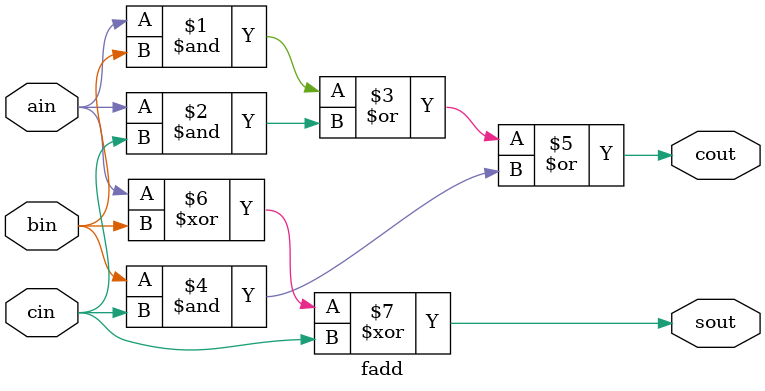
<source format=v>

module fadd(cin, ain, bin, sout, cout);

input wire cin;
input wire ain;
input wire bin;

output wire sout;
output wire cout;

assign cout = (ain & bin) | (ain & cin) | (bin & cin);
assign sout = ain ^ bin ^ cin;

endmodule
</source>
